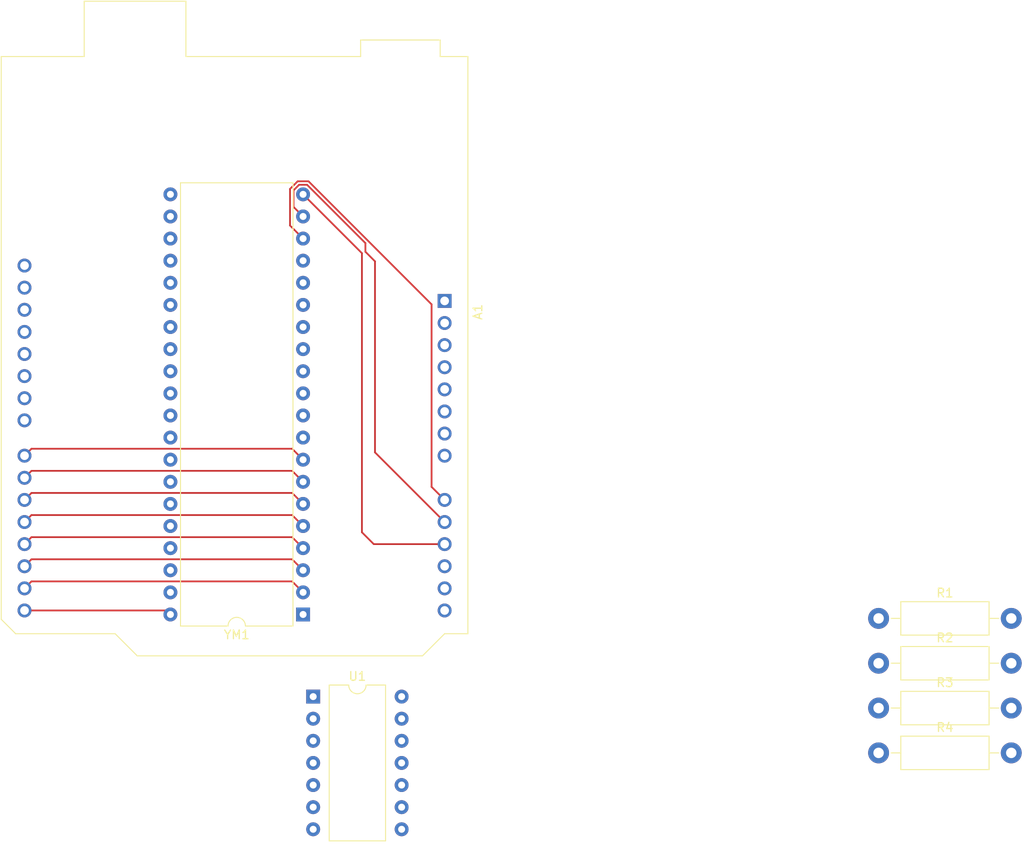
<source format=kicad_pcb>
(kicad_pcb (version 20240108) (generator "pcbnew") (generator_version "8.0")
  (layers (0 "F.Cu" signal) (31 "B.Cu" signal) (34 "B.Paste" user) (35 "F.Paste" user) (36 "B.SilkS" user "B.Silkscreen") (37 "F.SilkS" user "F.Silkscreen") (38 "B.Mask" user) (39 "F.Mask" user) (44 "Edge.Cuts" user))
  (net 0 "")
  (net 1 "Net-(R4-Pad2)")
  (net 2 "/CLK")
  (net 3 "Net-(R4-Pad1)")
  (net 6 "/D6")
  (net 8 "/VCC")
  (net 10 "/CHB")
  (net 12 "/D4")
  (net 14 "/D1")
  (net 15 "/VSS")
  (net 18 "/~{RD}")
  (net 21 "/~{WR}")
  (net 26 "/D2")
  (net 27 "/D0")
  (net 29 "/D5")
  (net 31 "/D3")
  (net 32 "/A0")
  (net 33 "/CHA")
  (net 34 "/D7")
  (net 35 "/CHC")
  (net 39 "/~{IC}")
  (footprint "Module:Arduino_UNO_R2" (layer "F.Cu") (at 139 74.92 -90)
    (property "Reference" "A1" (at 1.27 -3.81 90) (layer "F.SilkS"))
    (property "Value" "Arduino_UNO_R2")
    (fp_line (start -28.07 50.93) (end 36.58 50.93) (stroke (width 0.12)) (layer "F.SilkS"))
    (fp_line (start 36.58 50.93) (end 38.23 49.28) (stroke (width 0.12)) (layer "F.SilkS"))
    (fp_line (start 38.23 49.28) (end 38.23 37.85) (stroke (width 0.12)) (layer "F.SilkS"))
    (fp_line (start -34.42 41.4) (end -28.07 41.4) (stroke (width 0.12)) (layer "F.SilkS"))
    (fp_line (start -28.07 41.4) (end -28.07 50.93) (stroke (width 0.12)) (layer "F.SilkS"))
    (fp_line (start 38.23 37.85) (end 40.77 35.31) (stroke (width 0.12)) (layer "F.SilkS"))
    (fp_line (start 40.77 35.31) (end 40.77 2.54) (stroke (width 0.12)) (layer "F.SilkS"))
    (fp_line (start -34.42 29.72) (end -34.42 41.4) (stroke (width 0.12)) (layer "F.SilkS"))
    (fp_line (start -28.07 29.72) (end -34.42 29.72) (stroke (width 0.12)) (layer "F.SilkS"))
    (fp_line (start -29.97 9.65) (end -28.07 9.65) (stroke (width 0.12)) (layer "F.SilkS"))
    (fp_line (start -28.07 9.65) (end -28.07 29.72) (stroke (width 0.12)) (layer "F.SilkS"))
    (fp_line (start 40.77 2.54) (end 38.23 0) (stroke (width 0.12)) (layer "F.SilkS"))
    (fp_line (start -29.97 0.51) (end -29.97 9.65) (stroke (width 0.12)) (layer "F.SilkS"))
    (fp_line (start -28.07 0.51) (end -29.97 0.51) (stroke (width 0.12)) (layer "F.SilkS"))
    (fp_line (start 38.23 0) (end 38.23 -2.67) (stroke (width 0.12)) (layer "F.SilkS"))
    (fp_line (start -28.07 -2.67) (end -28.07 0.51) (stroke (width 0.12)) (layer "F.SilkS"))
    (fp_line (start 38.23 -2.67) (end -28.07 -2.67) (stroke (width 0.12)) (layer "F.SilkS"))
    (pad "1" thru_hole rect (at 0 0) (size 1.6 1.6) (drill 1) (layers "*.Cu" "*.Mask"))
    (pad "2" thru_hole oval (at 2.54 0) (size 1.6 1.6) (drill 1) (layers "*.Cu" "*.Mask"))
    (pad "3" thru_hole oval (at 5.08 0) (size 1.6 1.6) (drill 1) (layers "*.Cu" "*.Mask"))
    (pad "4" thru_hole oval (at 7.62 0) (size 1.6 1.6) (drill 1) (layers "*.Cu" "*.Mask"))
    (pad "5" thru_hole oval (at 10.16 0) (size 1.6 1.6) (drill 1) (layers "*.Cu" "*.Mask") (net 8 "/VCC"))
    (pad "6" thru_hole oval (at 12.7 0) (size 1.6 1.6) (drill 1) (layers "*.Cu" "*.Mask") (net 15 "/VSS"))
    (pad "7" thru_hole oval (at 15.24 0) (size 1.6 1.6) (drill 1) (layers "*.Cu" "*.Mask") (net 15 "/VSS"))
    (pad "8" thru_hole oval (at 17.78 0) (size 1.6 1.6) (drill 1) (layers "*.Cu" "*.Mask"))
    (pad "9" thru_hole oval (at 22.86 0) (size 1.6 1.6) (drill 1) (layers "*.Cu" "*.Mask") (net 35 "/CHC"))
    (pad "10" thru_hole oval (at 25.4 0) (size 1.6 1.6) (drill 1) (layers "*.Cu" "*.Mask") (net 10 "/CHB"))
    (pad "11" thru_hole oval (at 27.94 0) (size 1.6 1.6) (drill 1) (layers "*.Cu" "*.Mask") (net 33 "/CHA"))
    (pad "12" thru_hole oval (at 30.48 0) (size 1.6 1.6) (drill 1) (layers "*.Cu" "*.Mask"))
    (pad "13" thru_hole oval (at 33.02 0) (size 1.6 1.6) (drill 1) (layers "*.Cu" "*.Mask"))
    (pad "14" thru_hole oval (at 35.56 0) (size 1.6 1.6) (drill 1) (layers "*.Cu" "*.Mask"))
    (pad "15" thru_hole oval (at 35.56 48.26) (size 1.6 1.6) (drill 1) (layers "*.Cu" "*.Mask") (net 27 "/D0"))
    (pad "16" thru_hole oval (at 33.02 48.26) (size 1.6 1.6) (drill 1) (layers "*.Cu" "*.Mask") (net 14 "/D1"))
    (pad "17" thru_hole oval (at 30.48 48.26) (size 1.6 1.6) (drill 1) (layers "*.Cu" "*.Mask") (net 26 "/D2"))
    (pad "18" thru_hole oval (at 27.94 48.26) (size 1.6 1.6) (drill 1) (layers "*.Cu" "*.Mask") (net 31 "/D3"))
    (pad "19" thru_hole oval (at 25.4 48.26) (size 1.6 1.6) (drill 1) (layers "*.Cu" "*.Mask") (net 12 "/D4"))
    (pad "20" thru_hole oval (at 22.86 48.26) (size 1.6 1.6) (drill 1) (layers "*.Cu" "*.Mask") (net 29 "/D5"))
    (pad "21" thru_hole oval (at 20.32 48.26) (size 1.6 1.6) (drill 1) (layers "*.Cu" "*.Mask") (net 6 "/D6"))
    (pad "22" thru_hole oval (at 17.78 48.26) (size 1.6 1.6) (drill 1) (layers "*.Cu" "*.Mask") (net 34 "/D7"))
    (pad "23" thru_hole oval (at 13.72 48.26) (size 1.6 1.6) (drill 1) (layers "*.Cu" "*.Mask") (net 32 "/A0"))
    (pad "24" thru_hole oval (at 11.18 48.26) (size 1.6 1.6) (drill 1) (layers "*.Cu" "*.Mask") (net 21 "/~{WR}"))
    (pad "25" thru_hole oval (at 8.64 48.26) (size 1.6 1.6) (drill 1) (layers "*.Cu" "*.Mask") (net 18 "/~{RD}"))
    (pad "26" thru_hole oval (at 6.1 48.26) (size 1.6 1.6) (drill 1) (layers "*.Cu" "*.Mask") (net 39 "/~{IC}"))
    (pad "27" thru_hole oval (at 3.56 48.26) (size 1.6 1.6) (drill 1) (layers "*.Cu" "*.Mask"))
    (pad "28" thru_hole oval (at 1.02 48.26) (size 1.6 1.6) (drill 1) (layers "*.Cu" "*.Mask"))
    (pad "29" thru_hole oval (at -1.52 48.26) (size 1.6 1.6) (drill 1) (layers "*.Cu" "*.Mask") (net 15 "/VSS"))
    (pad "30" thru_hole oval (at -4.06 48.26) (size 1.6 1.6) (drill 1) (layers "*.Cu" "*.Mask"))
  )
  (footprint "Resistor_THT:R_Axial_DIN0411_L9.9mm_D3.6mm_P15.24mm_Horizontal" (layer "F.Cu") (at 188.85 126.84)
    (property "Reference" "R4" (at 7.62 -2.92 0) (layer "F.SilkS"))
    (property "Value" "47k")
    (fp_line (start 1.44 0) (end 2.55 0) (stroke (width 0.12)) (layer "F.SilkS"))
    (fp_line (start 2.55 -1.92) (end 2.55 1.92) (stroke (width 0.12)) (layer "F.SilkS"))
    (fp_line (start 2.55 1.92) (end 12.69 1.92) (stroke (width 0.12)) (layer "F.SilkS"))
    (fp_line (start 12.69 -1.92) (end 2.55 -1.92) (stroke (width 0.12)) (layer "F.SilkS"))
    (fp_line (start 12.69 1.92) (end 12.69 -1.92) (stroke (width 0.12)) (layer "F.SilkS"))
    (fp_line (start 13.8 0) (end 12.69 0) (stroke (width 0.12)) (layer "F.SilkS"))
    (pad "1" thru_hole circle (at 0 0) (size 2.4 2.4) (drill 1.2) (layers "*.Cu" "*.Mask") (net 3 "Net-(R4-Pad1)"))
    (pad "2" thru_hole oval (at 15.24 0) (size 2.4 2.4) (drill 1.2) (layers "*.Cu" "*.Mask") (net 1 "Net-(R4-Pad2)"))
  )
  (footprint "Resistor_THT:R_Axial_DIN0411_L9.9mm_D3.6mm_P15.24mm_Horizontal" (layer "F.Cu") (at 188.85 121.69)
    (property "Reference" "R3" (at 7.62 -2.92 0) (layer "F.SilkS"))
    (property "Value" "1k")
    (fp_line (start 1.44 0) (end 2.55 0) (stroke (width 0.12)) (layer "F.SilkS"))
    (fp_line (start 2.55 -1.92) (end 2.55 1.92) (stroke (width 0.12)) (layer "F.SilkS"))
    (fp_line (start 2.55 1.92) (end 12.69 1.92) (stroke (width 0.12)) (layer "F.SilkS"))
    (fp_line (start 12.69 -1.92) (end 2.55 -1.92) (stroke (width 0.12)) (layer "F.SilkS"))
    (fp_line (start 12.69 1.92) (end 12.69 -1.92) (stroke (width 0.12)) (layer "F.SilkS"))
    (fp_line (start 13.8 0) (end 12.69 0) (stroke (width 0.12)) (layer "F.SilkS"))
    (pad "1" thru_hole circle (at 0 0) (size 2.4 2.4) (drill 1.2) (layers "*.Cu" "*.Mask") (net 35 "/CHC"))
    (pad "2" thru_hole oval (at 15.24 0) (size 2.4 2.4) (drill 1.2) (layers "*.Cu" "*.Mask") (net 15 "/VSS"))
  )
  (footprint "Package_DIP:DIP-14_W10.16mm" (layer "F.Cu") (at 123.9 120.375)
    (property "Reference" "U1" (at 5.08 -2.33 360) (layer "F.SilkS"))
    (property "Value" "74LS04")
    (fp_line (start 1.845 -1.33) (end 1.845 16.57) (stroke (width 0.12)) (layer "F.SilkS"))
    (fp_line (start 1.845 16.57) (end 8.315 16.57) (stroke (width 0.12)) (layer "F.SilkS"))
    (fp_line (start 4.08 -1.33) (end 1.845 -1.33) (stroke (width 0.12)) (layer "F.SilkS"))
    (fp_line (start 8.315 -1.33) (end 6.08 -1.33) (stroke (width 0.12)) (layer "F.SilkS"))
    (fp_line (start 8.315 16.57) (end 8.315 -1.33) (stroke (width 0.12)) (layer "F.SilkS"))
    (fp_arc (start 6.08 -1.33) (mid 5.08 -0.33) (end 4.08 -1.33) (stroke (width 0.12)) (layer "F.SilkS"))
    (pad "1" thru_hole rect (at 0 0) (size 1.6 1.6) (drill 0.8) (layers "*.Cu" "*.Mask") (net 3 "Net-(R4-Pad1)"))
    (pad "2" thru_hole oval (at 0 2.54) (size 1.6 1.6) (drill 0.8) (layers "*.Cu" "*.Mask") (net 1 "Net-(R4-Pad2)"))
    (pad "3" thru_hole oval (at 0 5.08) (size 1.6 1.6) (drill 0.8) (layers "*.Cu" "*.Mask") (net 1 "Net-(R4-Pad2)"))
    (pad "4" thru_hole oval (at 0 7.62) (size 1.6 1.6) (drill 0.8) (layers "*.Cu" "*.Mask") (net 2 "/CLK"))
    (pad "5" thru_hole oval (at 0 10.16) (size 1.6 1.6) (drill 0.8) (layers "*.Cu" "*.Mask"))
    (pad "6" thru_hole oval (at 0 12.7) (size 1.6 1.6) (drill 0.8) (layers "*.Cu" "*.Mask"))
    (pad "7" thru_hole oval (at 0 15.24) (size 1.6 1.6) (drill 0.8) (layers "*.Cu" "*.Mask") (net 15 "/VSS"))
    (pad "8" thru_hole oval (at 10.16 15.24) (size 1.6 1.6) (drill 0.8) (layers "*.Cu" "*.Mask"))
    (pad "9" thru_hole oval (at 10.16 12.7) (size 1.6 1.6) (drill 0.8) (layers "*.Cu" "*.Mask"))
    (pad "10" thru_hole oval (at 10.16 10.16) (size 1.6 1.6) (drill 0.8) (layers "*.Cu" "*.Mask"))
    (pad "11" thru_hole oval (at 10.16 7.62) (size 1.6 1.6) (drill 0.8) (layers "*.Cu" "*.Mask"))
    (pad "12" thru_hole oval (at 10.16 5.08) (size 1.6 1.6) (drill 0.8) (layers "*.Cu" "*.Mask"))
    (pad "13" thru_hole oval (at 10.16 2.54) (size 1.6 1.6) (drill 0.8) (layers "*.Cu" "*.Mask"))
    (pad "14" thru_hole oval (at 10.16 0) (size 1.6 1.6) (drill 0.8) (layers "*.Cu" "*.Mask") (net 8 "/VCC"))
  )
  (footprint "Resistor_THT:R_Axial_DIN0411_L9.9mm_D3.6mm_P15.24mm_Horizontal" (layer "F.Cu") (at 188.85 116.54)
    (property "Reference" "R2" (at 7.62 -2.92 0) (layer "F.SilkS"))
    (property "Value" "1k")
    (fp_line (start 1.44 0) (end 2.55 0) (stroke (width 0.12)) (layer "F.SilkS"))
    (fp_line (start 2.55 -1.92) (end 2.55 1.92) (stroke (width 0.12)) (layer "F.SilkS"))
    (fp_line (start 2.55 1.92) (end 12.69 1.92) (stroke (width 0.12)) (layer "F.SilkS"))
    (fp_line (start 12.69 -1.92) (end 2.55 -1.92) (stroke (width 0.12)) (layer "F.SilkS"))
    (fp_line (start 12.69 1.92) (end 12.69 -1.92) (stroke (width 0.12)) (layer "F.SilkS"))
    (fp_line (start 13.8 0) (end 12.69 0) (stroke (width 0.12)) (layer "F.SilkS"))
    (pad "1" thru_hole circle (at 0 0) (size 2.4 2.4) (drill 1.2) (layers "*.Cu" "*.Mask") (net 10 "/CHB"))
    (pad "2" thru_hole oval (at 15.24 0) (size 2.4 2.4) (drill 1.2) (layers "*.Cu" "*.Mask") (net 15 "/VSS"))
  )
  (footprint "Resistor_THT:R_Axial_DIN0411_L9.9mm_D3.6mm_P15.24mm_Horizontal" (layer "F.Cu") (at 188.85 111.39)
    (property "Reference" "R1" (at 7.62 -2.92 0) (layer "F.SilkS"))
    (property "Value" "1k")
    (fp_line (start 1.44 0) (end 2.55 0) (stroke (width 0.12)) (layer "F.SilkS"))
    (fp_line (start 2.55 -1.92) (end 2.55 1.92) (stroke (width 0.12)) (layer "F.SilkS"))
    (fp_line (start 2.55 1.92) (end 12.69 1.92) (stroke (width 0.12)) (layer "F.SilkS"))
    (fp_line (start 12.69 -1.92) (end 2.55 -1.92) (stroke (width 0.12)) (layer "F.SilkS"))
    (fp_line (start 12.69 1.92) (end 12.69 -1.92) (stroke (width 0.12)) (layer "F.SilkS"))
    (fp_line (start 13.8 0) (end 12.69 0) (stroke (width 0.12)) (layer "F.SilkS"))
    (pad "1" thru_hole circle (at 0 0) (size 2.4 2.4) (drill 1.2) (layers "*.Cu" "*.Mask") (net 33 "/CHA"))
    (pad "2" thru_hole oval (at 15.24 0) (size 2.4 2.4) (drill 1.2) (layers "*.Cu" "*.Mask") (net 15 "/VSS"))
  )
  (footprint "Package_DIP:DIP-40_W15.24mm" (layer "F.Cu") (at 122.74 110.94 180)
    (property "Reference" "YM1" (at 7.62 -2.33 360) (layer "F.SilkS"))
    (property "Value" "YM2203")
    (fp_line (start 14.08 49.59) (end 14.08 -1.33) (stroke (width 0.12)) (layer "F.SilkS"))
    (fp_line (start 14.08 -1.33) (end 8.62 -1.33) (stroke (width 0.12)) (layer "F.SilkS"))
    (fp_line (start 6.62 -1.33) (end 1.16 -1.33) (stroke (width 0.12)) (layer "F.SilkS"))
    (fp_line (start 1.16 49.59) (end 14.08 49.59) (stroke (width 0.12)) (layer "F.SilkS"))
    (fp_line (start 1.16 -1.33) (end 1.16 49.59) (stroke (width 0.12)) (layer "F.SilkS"))
    (fp_arc (start 8.62 -1.33) (mid 7.62 -0.33) (end 6.62 -1.33) (stroke (width 0.12)) (layer "F.SilkS"))
    (pad "1" thru_hole rect (at 0 0 180) (size 1.6 1.6) (drill 0.8) (layers "*.Cu" "*.Mask") (net 15 "/VSS"))
    (pad "2" thru_hole oval (at 0 2.54 180) (size 1.6 1.6) (drill 0.8) (layers "*.Cu" "*.Mask") (net 14 "/D1"))
    (pad "3" thru_hole oval (at 0 5.08 180) (size 1.6 1.6) (drill 0.8) (layers "*.Cu" "*.Mask") (net 26 "/D2"))
    (pad "4" thru_hole oval (at 0 7.62 180) (size 1.6 1.6) (drill 0.8) (layers "*.Cu" "*.Mask") (net 31 "/D3"))
    (pad "5" thru_hole oval (at 0 10.16 180) (size 1.6 1.6) (drill 0.8) (layers "*.Cu" "*.Mask") (net 12 "/D4"))
    (pad "6" thru_hole oval (at 0 12.7 180) (size 1.6 1.6) (drill 0.8) (layers "*.Cu" "*.Mask") (net 29 "/D5"))
    (pad "7" thru_hole oval (at 0 15.24 180) (size 1.6 1.6) (drill 0.8) (layers "*.Cu" "*.Mask") (net 6 "/D6"))
    (pad "8" thru_hole oval (at 0 17.78 180) (size 1.6 1.6) (drill 0.8) (layers "*.Cu" "*.Mask") (net 34 "/D7"))
    (pad "9" thru_hole oval (at 0 20.32 180) (size 1.6 1.6) (drill 0.8) (layers "*.Cu" "*.Mask"))
    (pad "10" thru_hole oval (at 0 22.86 180) (size 1.6 1.6) (drill 0.8) (layers "*.Cu" "*.Mask"))
    (pad "11" thru_hole oval (at 0 25.4 180) (size 1.6 1.6) (drill 0.8) (layers "*.Cu" "*.Mask"))
    (pad "12" thru_hole oval (at 0 27.94 180) (size 1.6 1.6) (drill 0.8) (layers "*.Cu" "*.Mask"))
    (pad "13" thru_hole oval (at 0 30.48 180) (size 1.6 1.6) (drill 0.8) (layers "*.Cu" "*.Mask"))
    (pad "14" thru_hole oval (at 0 33.02 180) (size 1.6 1.6) (drill 0.8) (layers "*.Cu" "*.Mask"))
    (pad "15" thru_hole oval (at 0 35.56 180) (size 1.6 1.6) (drill 0.8) (layers "*.Cu" "*.Mask"))
    (pad "16" thru_hole oval (at 0 38.1 180) (size 1.6 1.6) (drill 0.8) (layers "*.Cu" "*.Mask"))
    (pad "17" thru_hole oval (at 0 40.64 180) (size 1.6 1.6) (drill 0.8) (layers "*.Cu" "*.Mask"))
    (pad "18" thru_hole oval (at 0 43.18 180) (size 1.6 1.6) (drill 0.8) (layers "*.Cu" "*.Mask") (net 35 "/CHC"))
    (pad "19" thru_hole oval (at 0 45.72 180) (size 1.6 1.6) (drill 0.8) (layers "*.Cu" "*.Mask") (net 10 "/CHB"))
    (pad "20" thru_hole oval (at 0 48.26 180) (size 1.6 1.6) (drill 0.8) (layers "*.Cu" "*.Mask") (net 33 "/CHA"))
    (pad "21" thru_hole oval (at 15.24 48.26 180) (size 1.6 1.6) (drill 0.8) (layers "*.Cu" "*.Mask") (net 8 "/VCC"))
    (pad "22" thru_hole oval (at 15.24 45.72 180) (size 1.6 1.6) (drill 0.8) (layers "*.Cu" "*.Mask"))
    (pad "23" thru_hole oval (at 15.24 43.18 180) (size 1.6 1.6) (drill 0.8) (layers "*.Cu" "*.Mask"))
    (pad "24" thru_hole oval (at 15.24 40.64 180) (size 1.6 1.6) (drill 0.8) (layers "*.Cu" "*.Mask") (net 39 "/~{IC}"))
    (pad "25" thru_hole oval (at 15.24 38.1 180) (size 1.6 1.6) (drill 0.8) (layers "*.Cu" "*.Mask"))
    (pad "26" thru_hole oval (at 15.24 35.56 180) (size 1.6 1.6) (drill 0.8) (layers "*.Cu" "*.Mask"))
    (pad "27" thru_hole oval (at 15.24 33.02 180) (size 1.6 1.6) (drill 0.8) (layers "*.Cu" "*.Mask"))
    (pad "28" thru_hole oval (at 15.24 30.48 180) (size 1.6 1.6) (drill 0.8) (layers "*.Cu" "*.Mask"))
    (pad "29" thru_hole oval (at 15.24 27.94 180) (size 1.6 1.6) (drill 0.8) (layers "*.Cu" "*.Mask"))
    (pad "30" thru_hole oval (at 15.24 25.4 180) (size 1.6 1.6) (drill 0.8) (layers "*.Cu" "*.Mask"))
    (pad "31" thru_hole oval (at 15.24 22.86 180) (size 1.6 1.6) (drill 0.8) (layers "*.Cu" "*.Mask"))
    (pad "32" thru_hole oval (at 15.24 20.32 180) (size 1.6 1.6) (drill 0.8) (layers "*.Cu" "*.Mask"))
    (pad "33" thru_hole oval (at 15.24 17.78 180) (size 1.6 1.6) (drill 0.8) (layers "*.Cu" "*.Mask"))
    (pad "34" thru_hole oval (at 15.24 15.24 180) (size 1.6 1.6) (drill 0.8) (layers "*.Cu" "*.Mask") (net 15 "/VSS"))
    (pad "35" thru_hole oval (at 15.24 12.7 180) (size 1.6 1.6) (drill 0.8) (layers "*.Cu" "*.Mask") (net 21 "/~{WR}"))
    (pad "36" thru_hole oval (at 15.24 10.16 180) (size 1.6 1.6) (drill 0.8) (layers "*.Cu" "*.Mask") (net 18 "/~{RD}"))
    (pad "37" thru_hole oval (at 15.24 7.62 180) (size 1.6 1.6) (drill 0.8) (layers "*.Cu" "*.Mask") (net 32 "/A0"))
    (pad "38" thru_hole oval (at 15.24 5.08 180) (size 1.6 1.6) (drill 0.8) (layers "*.Cu" "*.Mask") (net 2 "/CLK"))
    (pad "39" thru_hole oval (at 15.24 2.54 180) (size 1.6 1.6) (drill 0.8) (layers "*.Cu" "*.Mask"))
    (pad "40" thru_hole oval (at 15.24 0 180) (size 1.6 1.6) (drill 0.8) (layers "*.Cu" "*.Mask") (net 27 "/D0"))
  )
  (segment (start 90.74 95.24) (end 91.539999 94.440001) (width 0.2) (layer "F.Cu") (net 6))
  (segment (start 91.539999 94.440001) (end 121.480001 94.440001) (width 0.2) (layer "F.Cu") (net 6))
  (segment (start 121.480001 94.440001) (end 122.74 95.7) (width 0.2) (layer "F.Cu") (net 6))
  (segment (start 131 70.374315) (end 129.9 69.274315) (width 0.2) (layer "F.Cu") (net 10))
  (segment (start 121.64 64.12) (end 122.74 65.22) (width 0.2) (layer "F.Cu") (net 10))
  (segment (start 139 100.32) (end 131 92.32) (width 0.2) (layer "F.Cu") (net 10))
  (segment (start 122.284365 61.58) (end 121.64 62.224365) (width 0.2) (layer "F.Cu") (net 10))
  (segment (start 121.64 62.224365) (end 121.64 64.12) (width 0.2) (layer "F.Cu") (net 10))
  (segment (start 131 92.32) (end 131 70.374315) (width 0.2) (layer "F.Cu") (net 10))
  (segment (start 129.9 69.274315) (end 129.9 68.284365) (width 0.2) (layer "F.Cu") (net 10))
  (segment (start 123.195635 61.58) (end 122.284365 61.58) (width 0.2) (layer "F.Cu") (net 10))
  (segment (start 129.9 68.284365) (end 123.195635 61.58) (width 0.2) (layer "F.Cu") (net 10))
  (segment (start 121.480001 99.520001) (end 122.74 100.78) (width 0.2) (layer "F.Cu") (net 12))
  (segment (start 90.74 100.32) (end 91.539999 99.520001) (width 0.2) (layer "F.Cu") (net 12))
  (segment (start 91.539999 99.520001) (end 121.480001 99.520001) (width 0.2) (layer "F.Cu") (net 12))
  (segment (start 121.480001 107.140001) (end 122.74 108.4) (width 0.2) (layer "F.Cu") (net 14))
  (segment (start 90.74 107.94) (end 91.539999 107.140001) (width 0.2) (layer "F.Cu") (net 14))
  (segment (start 91.539999 107.140001) (end 121.480001 107.140001) (width 0.2) (layer "F.Cu") (net 14))
  (segment (start 90.74 105.4) (end 91.539999 104.600001) (width 0.2) (layer "F.Cu") (net 26))
  (segment (start 121.480001 104.600001) (end 122.74 105.86) (width 0.2) (layer "F.Cu") (net 26))
  (segment (start 91.539999 104.600001) (end 121.480001 104.600001) (width 0.2) (layer "F.Cu") (net 26))
  (segment (start 107.04 110.48) (end 107.5 110.94) (width 0.2) (layer "F.Cu") (net 27))
  (segment (start 90.74 110.48) (end 107.04 110.48) (width 0.2) (layer "F.Cu") (net 27))
  (segment (start 91.539999 96.980001) (end 121.480001 96.980001) (width 0.2) (layer "F.Cu") (net 29))
  (segment (start 90.74 97.78) (end 91.539999 96.980001) (width 0.2) (layer "F.Cu") (net 29))
  (segment (start 121.480001 96.980001) (end 122.74 98.24) (width 0.2) (layer "F.Cu") (net 29))
  (segment (start 121.480001 102.060001) (end 122.74 103.32) (width 0.2) (layer "F.Cu") (net 31))
  (segment (start 90.74 102.86) (end 91.539999 102.060001) (width 0.2) (layer "F.Cu") (net 31))
  (segment (start 91.539999 102.060001) (end 121.480001 102.060001) (width 0.2) (layer "F.Cu") (net 31))
  (segment (start 122.74 62.68) (end 129.5 69.44) (width 0.2) (layer "F.Cu") (net 33))
  (segment (start 129.5 101.5) (end 130.86 102.86) (width 0.2) (layer "F.Cu") (net 33))
  (segment (start 129.5 69.44) (end 129.5 101.5) (width 0.2) (layer "F.Cu") (net 33))
  (segment (start 130.86 102.86) (end 139 102.86) (width 0.2) (layer "F.Cu") (net 33))
  (segment (start 121.480001 91.900001) (end 122.74 93.16) (width 0.2) (layer "F.Cu") (net 34))
  (segment (start 90.74 92.7) (end 91.539999 91.900001) (width 0.2) (layer "F.Cu") (net 34))
  (segment (start 91.539999 91.900001) (end 121.480001 91.900001) (width 0.2) (layer "F.Cu") (net 34))
  (segment (start 137.5 96.28) (end 139 97.78) (width 0.2) (layer "F.Cu") (net 35))
  (segment (start 121.24 66.26) (end 121.24 62.058679) (width 0.2) (layer "F.Cu") (net 35))
  (segment (start 122.74 67.76) (end 121.24 66.26) (width 0.2) (layer "F.Cu") (net 35))
  (segment (start 121.24 62.058679) (end 122.118679 61.18) (width 0.2) (layer "F.Cu") (net 35))
  (segment (start 137.5 75.318679) (end 137.5 96.28) (width 0.2) (layer "F.Cu") (net 35))
  (segment (start 123.361321 61.18) (end 137.5 75.318679) (width 0.2) (layer "F.Cu") (net 35))
  (segment (start 122.118679 61.18) (end 123.361321 61.18) (width 0.2) (layer "F.Cu") (net 35))
)
</source>
